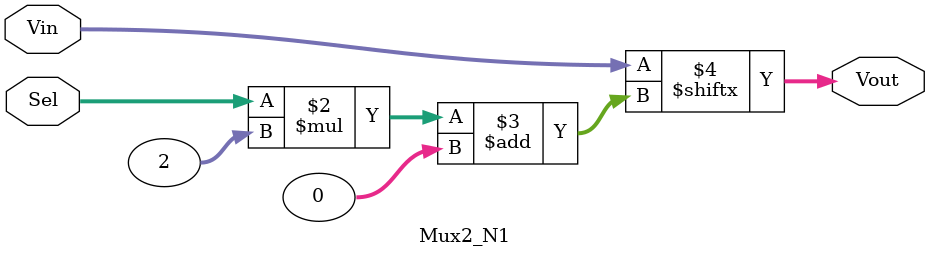
<source format=v>
`timescale 1ns / 1ps


module Mux2_N1 #(
        parameter N = 4
    )(
        Vin,
        Sel,
        Vout
    );

    input [2*N-1:0] Vin;
    input [$clog2(N)-1:0] Sel;
    output reg [1:0] Vout;

    always @(Vin, Sel) begin
        Vout <= Vin[Sel*2 +:2];
    end

endmodule
</source>
